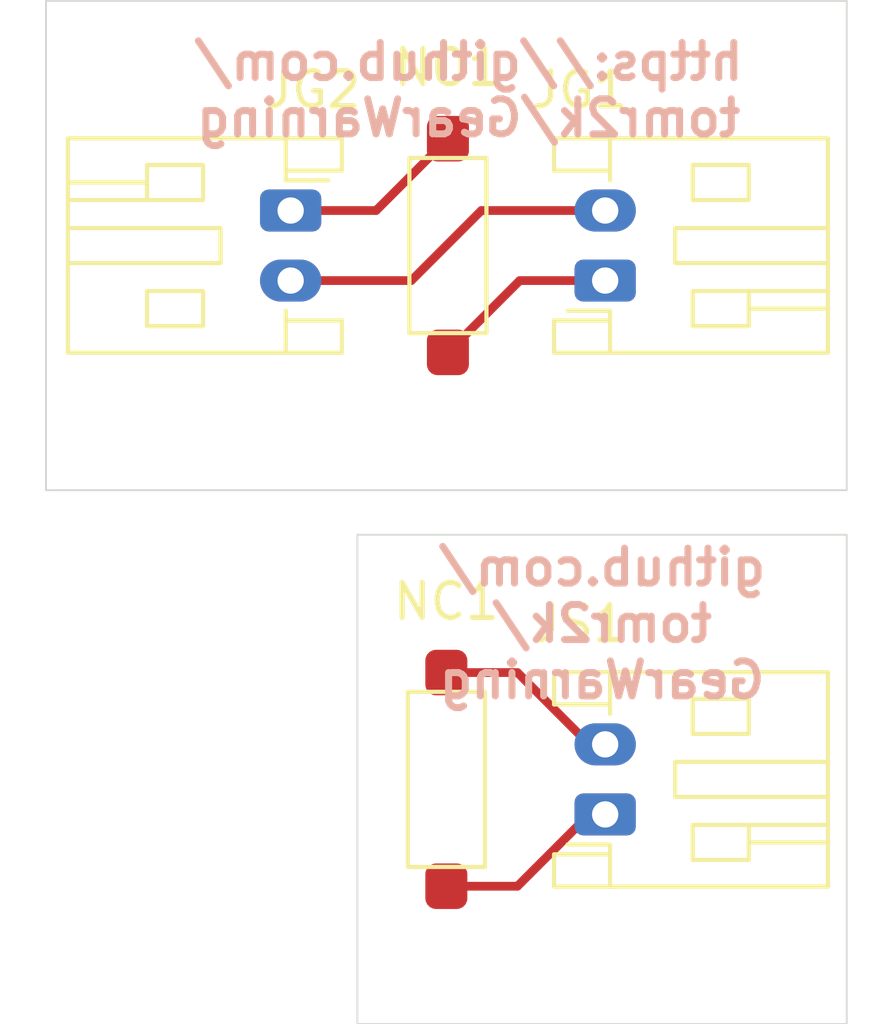
<source format=kicad_pcb>
(kicad_pcb (version 20211014) (generator pcbnew)
  (title_block (title "Gear Warning") (date "2022-05-14") (rev "1.1") (company "Wandini") (comment 1 "https://github.com/tomr2k/GearWarning"))
  (layers (0 "F.Cu" signal) (31 "B.Cu" signal) (34 "B.Paste" user) (35 "F.Paste" user) (36 "B.SilkS" user "B.Silkscreen") (37 "F.SilkS" user "F.Silkscreen") (38 "B.Mask" user) (39 "F.Mask" user) (44 "Edge.Cuts" user))
  (net 0 "")
  (net 1 "Net-(NO1-Pad1)")
  (net 2 "Net-(JG2-Pad2)")
  (net 3 "Net-(JG2-Pad1)")
  (net 4 "Net-(JS1-Pad1)")
  (net 5 "Net-(JS1-Pad2)")
  (footprint "Connector_JST:JST_PH_S2B-PH-K_1x02_P2.00mm_Horizontal" (layer "F.Cu") (at 150.495 92.345 -90)
    (fp_text reference "JG2" (at -3.445 -0.635) (layer "F.SilkS"))
    (fp_text value "C2")
    (fp_line (start 0.5 6.36) (end 0.5 2) (layer "F.SilkS") (width 0.12))
    (fp_line (start -1.3 4.1) (end -0.3 4.1) (layer "F.SilkS") (width 0.12))
    (fp_line (start 2.3 4.1) (end 2.3 2.5) (layer "F.SilkS") (width 0.12))
    (fp_line (start -0.86 0.14) (end -1.14 0.14) (layer "F.SilkS") (width 0.12))
    (fp_line (start 3.3 4.1) (end 2.3 4.1) (layer "F.SilkS") (width 0.12))
    (fp_line (start 3.3 2.5) (end 3.3 4.1) (layer "F.SilkS") (width 0.12))
    (fp_line (start 2.3 2.5) (end 3.3 2.5) (layer "F.SilkS") (width 0.12))
    (fp_line (start 3.14 -1.46) (end 3.14 0.14) (layer "F.SilkS") (width 0.12))
    (fp_line (start 4.06 0.14) (end 3.14 0.14) (layer "F.SilkS") (width 0.12))
    (fp_line (start 0.5 2) (end 1.5 2) (layer "F.SilkS") (width 0.12))
    (fp_line (start 1.5 2) (end 1.5 6.36) (layer "F.SilkS") (width 0.12))
    (fp_line (start -0.86 0.14) (end -0.86 -1.075) (layer "F.SilkS") (width 0.12))
    (fp_line (start -2.06 0.14) (end -1.14 0.14) (layer "F.SilkS") (width 0.12))
    (fp_line (start 4.06 6.36) (end 4.06 -1.46) (layer "F.SilkS") (width 0.12))
    (fp_line (start -1.14 0.14) (end -1.14 -1.46) (layer "F.SilkS") (width 0.12))
    (fp_line (start 4.06 -1.46) (end 3.14 -1.46) (layer "F.SilkS") (width 0.12))
    (fp_line (start -1.14 -1.46) (end -2.06 -1.46) (layer "F.SilkS") (width 0.12))
    (fp_line (start -2.06 6.36) (end 4.06 6.36) (layer "F.SilkS") (width 0.12))
    (fp_line (start -0.3 4.1) (end -0.3 2.5) (layer "F.SilkS") (width 0.12))
    (fp_line (start 3.14 0.14) (end 2.86 0.14) (layer "F.SilkS") (width 0.12))
    (fp_line (start -1.3 2.5) (end -1.3 4.1) (layer "F.SilkS") (width 0.12))
    (fp_line (start -0.8 4.1) (end -0.8 6.36) (layer "F.SilkS") (width 0.12))
    (fp_line (start -0.3 4.1) (end -0.3 6.36) (layer "F.SilkS") (width 0.12))
    (fp_line (start -2.06 -1.46) (end -2.06 6.36) (layer "F.SilkS") (width 0.12))
    (fp_line (start -0.3 2.5) (end -1.3 2.5) (layer "F.SilkS") (width 0.12))
    (pad "1" thru_hole roundrect (at 0 0 270) (size 1.2 1.75) (drill 0.75) (layers *.Cu *.Mask) (roundrect_rratio 0.2083333333) (net 3 "Net-(JG2-Pad1)"))
    (pad "2" thru_hole oval (at 2 0 270) (size 1.2 1.75) (drill 0.75) (layers *.Cu *.Mask) (net 2 "Net-(JG2-Pad2)"))
  )
  (footprint "GearWarning:MK24-D-2" (layer "F.Cu") (at 154.985 93.345 90)
    (fp_text reference "NO1" (at 5.08 0 unlocked) (layer "F.SilkS"))
    (fp_text value "MK24-B-3-OE")
    (fp_line (start 2.5 -1.1) (end -2.5 -1.1) (layer "F.SilkS") (width 0.12))
    (fp_line (start -2.5 1.1) (end 2.5 1.1) (layer "F.SilkS") (width 0.12))
    (fp_line (start -2.5 -1.1) (end -2.5 1.1) (layer "F.SilkS") (width 0.12))
    (fp_line (start 2.5 1.1) (end 2.5 -1.1) (layer "F.SilkS") (width 0.12))
    (pad "1" smd roundrect (at -3.05 0 90) (size 1.3 1.2) (layers "F.Cu" "F.Paste" "F.Mask") (net 1 "Net-(NO1-Pad1)"))
    (pad "2" smd roundrect (at 3.05 0 90) (size 1.3 1.2) (layers "F.Cu" "F.Paste" "F.Mask") (net 3 "Net-(JG2-Pad1)"))
  )
  (footprint "Connector_JST:JST_PH_S2B-PH-K_1x02_P2.00mm_Horizontal" (layer "F.Cu") (at 159.475 94.345 90)
    (fp_text reference "JG1" (at 5.445 -0.725 180) (layer "F.SilkS"))
    (fp_text value "C1")
    (fp_line (start 1.5 2) (end 1.5 6.36) (layer "F.SilkS") (width 0.12))
    (fp_line (start -0.8 4.1) (end -0.8 6.36) (layer "F.SilkS") (width 0.12))
    (fp_line (start 2.3 2.5) (end 3.3 2.5) (layer "F.SilkS") (width 0.12))
    (fp_line (start 0.5 2) (end 1.5 2) (layer "F.SilkS") (width 0.12))
    (fp_line (start 3.14 0.14) (end 2.86 0.14) (layer "F.SilkS") (width 0.12))
    (fp_line (start 0.5 6.36) (end 0.5 2) (layer "F.SilkS") (width 0.12))
    (fp_line (start -2.06 6.36) (end 4.06 6.36) (layer "F.SilkS") (width 0.12))
    (fp_line (start -1.3 4.1) (end -0.3 4.1) (layer "F.SilkS") (width 0.12))
    (fp_line (start -0.3 4.1) (end -0.3 6.36) (layer "F.SilkS") (width 0.12))
    (fp_line (start 3.3 2.5) (end 3.3 4.1) (layer "F.SilkS") (width 0.12))
    (fp_line (start 4.06 0.14) (end 3.14 0.14) (layer "F.SilkS") (width 0.12))
    (fp_line (start -0.86 0.14) (end -0.86 -1.075) (layer "F.SilkS") (width 0.12))
    (fp_line (start 3.14 -1.46) (end 3.14 0.14) (layer "F.SilkS") (width 0.12))
    (fp_line (start -1.14 0.14) (end -1.14 -1.46) (layer "F.SilkS") (width 0.12))
    (fp_line (start -1.3 2.5) (end -1.3 4.1) (layer "F.SilkS") (width 0.12))
    (fp_line (start 3.3 4.1) (end 2.3 4.1) (layer "F.SilkS") (width 0.12))
    (fp_line (start -2.06 0.14) (end -1.14 0.14) (layer "F.SilkS") (width 0.12))
    (fp_line (start 4.06 6.36) (end 4.06 -1.46) (layer "F.SilkS") (width 0.12))
    (fp_line (start -1.14 -1.46) (end -2.06 -1.46) (layer "F.SilkS") (width 0.12))
    (fp_line (start 2.3 4.1) (end 2.3 2.5) (layer "F.SilkS") (width 0.12))
    (fp_line (start -0.3 2.5) (end -1.3 2.5) (layer "F.SilkS") (width 0.12))
    (fp_line (start -2.06 -1.46) (end -2.06 6.36) (layer "F.SilkS") (width 0.12))
    (fp_line (start -0.86 0.14) (end -1.14 0.14) (layer "F.SilkS") (width 0.12))
    (fp_line (start -0.3 4.1) (end -0.3 2.5) (layer "F.SilkS") (width 0.12))
    (fp_line (start 4.06 -1.46) (end 3.14 -1.46) (layer "F.SilkS") (width 0.12))
    (pad "1" thru_hole roundrect (at 0 0 90) (size 1.2 1.75) (drill 0.75) (layers *.Cu *.Mask) (roundrect_rratio 0.2083333333) (net 1 "Net-(NO1-Pad1)"))
    (pad "2" thru_hole oval (at 2 0 90) (size 1.2 1.75) (drill 0.75) (layers *.Cu *.Mask) (net 2 "Net-(JG2-Pad2)"))
  )
  (footprint "GearWarning:MK24-D-2" (layer "F.Cu") (at 154.94 108.585 90)
    (fp_text reference "NC1" (at 5.08 0 unlocked) (layer "F.SilkS"))
    (fp_text value "MK24-D-3")
    (fp_line (start -2.5 1.1) (end 2.5 1.1) (layer "F.SilkS") (width 0.12))
    (fp_line (start 2.5 1.1) (end 2.5 -1.1) (layer "F.SilkS") (width 0.12))
    (fp_line (start 2.5 -1.1) (end -2.5 -1.1) (layer "F.SilkS") (width 0.12))
    (fp_line (start -2.5 -1.1) (end -2.5 1.1) (layer "F.SilkS") (width 0.12))
    (pad "1" smd roundrect (at -3.05 0 90) (size 1.3 1.2) (layers "F.Cu" "F.Paste" "F.Mask") (net 4 "Net-(JS1-Pad1)"))
    (pad "2" smd roundrect (at 3.05 0 90) (size 1.3 1.2) (layers "F.Cu" "F.Paste" "F.Mask") (net 5 "Net-(JS1-Pad2)"))
  )
  (footprint "Connector_JST:JST_PH_S2B-PH-K_1x02_P2.00mm_Horizontal" (layer "F.Cu") (at 159.475 109.585 90)
    (fp_text reference "JS1" (at 5.445 -0.725 180) (layer "F.SilkS"))
    (fp_text value "IN")
    (fp_line (start -1.3 4.1) (end -0.3 4.1) (layer "F.SilkS") (width 0.12))
    (fp_line (start -0.86 0.14) (end -1.14 0.14) (layer "F.SilkS") (width 0.12))
    (fp_line (start 0.5 2) (end 1.5 2) (layer "F.SilkS") (width 0.12))
    (fp_line (start -1.14 -1.46) (end -2.06 -1.46) (layer "F.SilkS") (width 0.12))
    (fp_line (start 3.14 -1.46) (end 3.14 0.14) (layer "F.SilkS") (width 0.12))
    (fp_line (start 2.3 4.1) (end 2.3 2.5) (layer "F.SilkS") (width 0.12))
    (fp_line (start 3.3 2.5) (end 3.3 4.1) (layer "F.SilkS") (width 0.12))
    (fp_line (start 4.06 6.36) (end 4.06 -1.46) (layer "F.SilkS") (width 0.12))
    (fp_line (start 3.3 4.1) (end 2.3 4.1) (layer "F.SilkS") (width 0.12))
    (fp_line (start 4.06 0.14) (end 3.14 0.14) (layer "F.SilkS") (width 0.12))
    (fp_line (start 4.06 -1.46) (end 3.14 -1.46) (layer "F.SilkS") (width 0.12))
    (fp_line (start -2.06 6.36) (end 4.06 6.36) (layer "F.SilkS") (width 0.12))
    (fp_line (start -2.06 -1.46) (end -2.06 6.36) (layer "F.SilkS") (width 0.12))
    (fp_line (start -0.3 4.1) (end -0.3 6.36) (layer "F.SilkS") (width 0.12))
    (fp_line (start -1.14 0.14) (end -1.14 -1.46) (layer "F.SilkS") (width 0.12))
    (fp_line (start -1.3 2.5) (end -1.3 4.1) (layer "F.SilkS") (width 0.12))
    (fp_line (start 0.5 6.36) (end 0.5 2) (layer "F.SilkS") (width 0.12))
    (fp_line (start -2.06 0.14) (end -1.14 0.14) (layer "F.SilkS") (width 0.12))
    (fp_line (start -0.86 0.14) (end -0.86 -1.075) (layer "F.SilkS") (width 0.12))
    (fp_line (start -0.3 2.5) (end -1.3 2.5) (layer "F.SilkS") (width 0.12))
    (fp_line (start 2.3 2.5) (end 3.3 2.5) (layer "F.SilkS") (width 0.12))
    (fp_line (start -0.8 4.1) (end -0.8 6.36) (layer "F.SilkS") (width 0.12))
    (fp_line (start 3.14 0.14) (end 2.86 0.14) (layer "F.SilkS") (width 0.12))
    (fp_line (start 1.5 2) (end 1.5 6.36) (layer "F.SilkS") (width 0.12))
    (fp_line (start -0.3 4.1) (end -0.3 2.5) (layer "F.SilkS") (width 0.12))
    (pad "1" thru_hole roundrect (at 0 0 90) (size 1.2 1.75) (drill 0.75) (layers *.Cu *.Mask) (roundrect_rratio 0.2083333333) (net 4 "Net-(JS1-Pad1)"))
    (pad "2" thru_hole oval (at 2 0 90) (size 1.2 1.75) (drill 0.75) (layers *.Cu *.Mask) (net 5 "Net-(JS1-Pad2)"))
  )
  (gr_line (start 152.4 101.6) (end 152.4 115.57) (layer "Edge.Cuts") (width 0.05))
  (gr_line (start 166.37 100.33) (end 166.37 86.36) (layer "Edge.Cuts") (width 0.05))
  (gr_line (start 166.37 86.36) (end 143.51 86.36) (layer "Edge.Cuts") (width 0.05))
  (gr_line (start 166.37 115.57) (end 166.37 101.6) (layer "Edge.Cuts") (width 0.05))
  (gr_line (start 166.37 115.57) (end 152.4 115.57) (layer "Edge.Cuts") (width 0.05))
  (gr_line (start 166.37 101.6) (end 152.4 101.6) (layer "Edge.Cuts") (width 0.05))
  (gr_line (start 143.51 86.36) (end 143.51 100.33) (layer "Edge.Cuts") (width 0.05))
  (gr_line (start 166.37 100.33) (end 143.51 100.33) (layer "Edge.Cuts") (width 0.05))
  (gr_text "github.com/\ntomr2k/\nGearWarning\n" (at 159.385 104.14) (layer "B.SilkS") (effects (font (size 1 1) (thickness 0.2)) (justify mirror)))
  (gr_text "https://github.com/\ntomr2k/GearWarning\n" (at 155.575 88.9) (layer "B.SilkS") (effects (font (size 1 1) (thickness 0.2)) (justify mirror)))
  (segment (start 154.985 96.395) (end 157.035 94.345) (width 0.25) (layer "F.Cu") (net 1))
  (segment (start 157.035 94.345) (end 159.475 94.345) (width 0.25) (layer "F.Cu") (net 1))
  (segment (start 153.94 94.345) (end 155.94 92.345) (width 0.25) (layer "F.Cu") (net 2))
  (segment (start 150.495 94.345) (end 153.94 94.345) (width 0.25) (layer "F.Cu") (net 2))
  (segment (start 155.94 92.345) (end 159.475 92.345) (width 0.25) (layer "F.Cu") (net 2))
  (segment (start 150.495 92.345) (end 152.935 92.345) (width 0.25) (layer "F.Cu") (net 3))
  (segment (start 152.935 92.345) (end 154.985 90.295) (width 0.25) (layer "F.Cu") (net 3))
  (segment (start 156.97 111.635) (end 159.02 109.585) (width 0.25) (layer "F.Cu") (net 4))
  (segment (start 154.94 111.635) (end 156.97 111.635) (width 0.25) (layer "F.Cu") (net 4))
  (segment (start 159.02 109.585) (end 159.475 109.585) (width 0.25) (layer "F.Cu") (net 4))
  (segment (start 156.97 105.535) (end 159.02 107.585) (width 0.25) (layer "F.Cu") (net 5))
  (segment (start 159.02 107.585) (end 159.475 107.585) (width 0.25) (layer "F.Cu") (net 5))
  (segment (start 154.94 105.535) (end 156.97 105.535) (width 0.25) (layer "F.Cu") (net 5))
)
</source>
